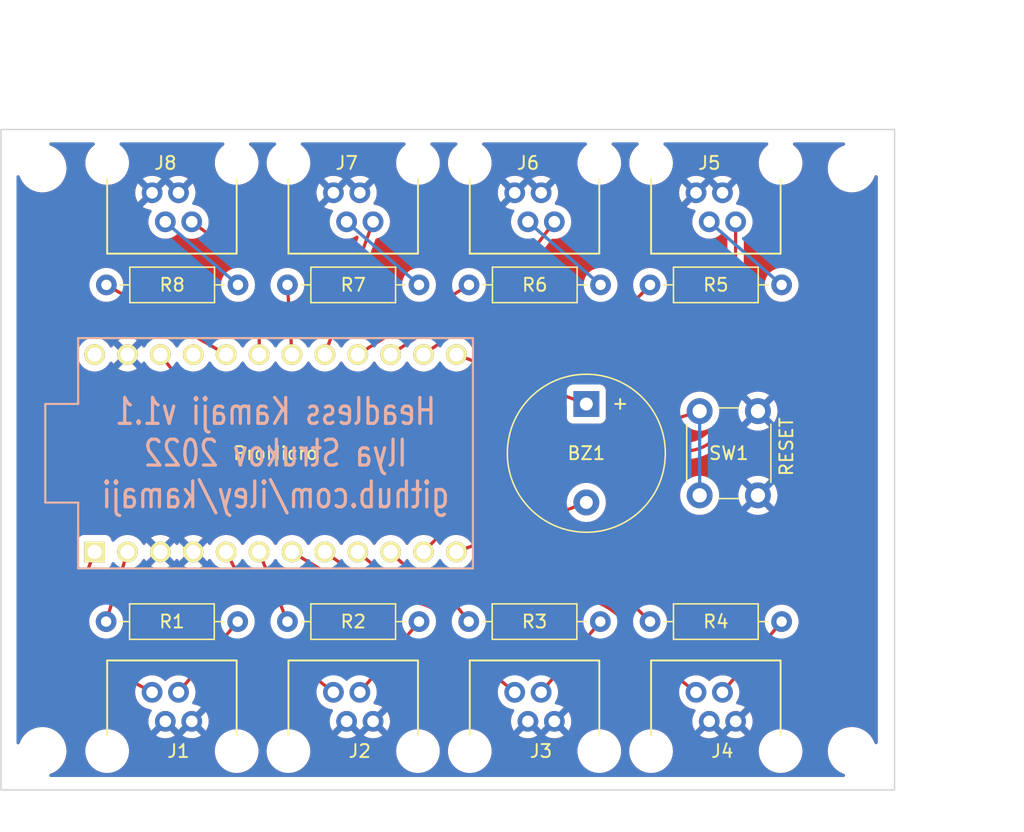
<source format=kicad_pcb>
(kicad_pcb (version 20211014) (generator pcbnew)
  (layers (0 "F.Cu" signal) (31 "B.Cu" signal) (34 "B.Paste" user) (35 "F.Paste" user) (36 "B.SilkS" user "B.Silkscreen") (37 "F.SilkS" user "F.Silkscreen") (38 "B.Mask" user) (39 "F.Mask" user) (44 "Edge.Cuts" user))
  (net 0 "")
  (net 1 "GND")
  (net 2 "Net-(J1-Pad2)")
  (net 3 "/BUT0")
  (net 4 "Net-(J2-Pad2)")
  (net 5 "/BUT1")
  (net 6 "Net-(J3-Pad2)")
  (net 7 "/BUT2")
  (net 8 "Net-(J4-Pad2)")
  (net 9 "/BUT3")
  (net 10 "Net-(J5-Pad2)")
  (net 11 "/BUT4")
  (net 12 "Net-(J6-Pad2)")
  (net 13 "/BUT5")
  (net 14 "Net-(J7-Pad2)")
  (net 15 "/BUT6")
  (net 16 "Net-(J8-Pad2)")
  (net 17 "/BUT7")
  (net 18 "/LED0")
  (net 19 "/LED1")
  (net 20 "/LED2")
  (net 21 "/LED3")
  (net 22 "/LED4")
  (net 23 "/LED5")
  (net 24 "/LED6")
  (net 25 "/LED7")
  (net 26 "Net-(SW1-Pad1)")
  (net 27 "Net-(BZ1-Pad2)")
  (net 28 "Net-(BZ1-Pad1)")
  (net 29 "VCC")
  (footprint "Resistor_THT:R_Axial_DIN0207_L6.3mm_D2.5mm_P10.16mm_Horizontal" (layer "F.Cu") (at 105.08 62 180)
    (fp_text reference "R5" (at 5.08 0) (layer "F.SilkS"))
    (fp_text value "1K")
    (fp_line (start 1.81 1.37) (end 8.35 1.37) (layer "F.SilkS") (width 0.12))
    (fp_line (start 8.35 1.37) (end 8.35 -1.37) (layer "F.SilkS") (width 0.12))
    (fp_line (start 1.04 0) (end 1.81 0) (layer "F.SilkS") (width 0.12))
    (fp_line (start 1.81 -1.37) (end 1.81 1.37) (layer "F.SilkS") (width 0.12))
    (fp_line (start 9.12 0) (end 8.35 0) (layer "F.SilkS") (width 0.12))
    (fp_line (start 8.35 -1.37) (end 1.81 -1.37) (layer "F.SilkS") (width 0.12))
    (pad "1" thru_hole circle (at 0 0 180) (size 1.6 1.6) (drill 0.8) (layers *.Cu *.Mask) (net 10 "Net-(J5-Pad2)"))
    (pad "2" thru_hole oval (at 10.16 0 180) (size 1.6 1.6) (drill 0.8) (layers *.Cu *.Mask) (net 22 "/LED4"))
  )
  (footprint "Resistor_THT:R_Axial_DIN0207_L6.3mm_D2.5mm_P10.16mm_Horizontal" (layer "F.Cu") (at 91.08 88 180)
    (fp_text reference "R3" (at 5.08 0) (layer "F.SilkS"))
    (fp_text value "1K")
    (fp_line (start 1.81 -1.37) (end 1.81 1.37) (layer "F.SilkS") (width 0.12))
    (fp_line (start 1.81 1.37) (end 8.35 1.37) (layer "F.SilkS") (width 0.12))
    (fp_line (start 8.35 -1.37) (end 1.81 -1.37) (layer "F.SilkS") (width 0.12))
    (fp_line (start 8.35 1.37) (end 8.35 -1.37) (layer "F.SilkS") (width 0.12))
    (fp_line (start 9.12 0) (end 8.35 0) (layer "F.SilkS") (width 0.12))
    (fp_line (start 1.04 0) (end 1.81 0) (layer "F.SilkS") (width 0.12))
    (pad "1" thru_hole circle (at 0 0 180) (size 1.6 1.6) (drill 0.8) (layers *.Cu *.Mask) (net 6 "Net-(J3-Pad2)"))
    (pad "2" thru_hole oval (at 10.16 0 180) (size 1.6 1.6) (drill 0.8) (layers *.Cu *.Mask) (net 20 "/LED2"))
  )
  (footprint "Resistor_THT:R_Axial_DIN0207_L6.3mm_D2.5mm_P10.16mm_Horizontal" (layer "F.Cu") (at 63.1 62 180)
    (fp_text reference "R8" (at 5.08 0) (layer "F.SilkS"))
    (fp_text value "1K")
    (fp_line (start 1.81 -1.37) (end 1.81 1.37) (layer "F.SilkS") (width 0.12))
    (fp_line (start 1.04 0) (end 1.81 0) (layer "F.SilkS") (width 0.12))
    (fp_line (start 9.12 0) (end 8.35 0) (layer "F.SilkS") (width 0.12))
    (fp_line (start 8.35 -1.37) (end 1.81 -1.37) (layer "F.SilkS") (width 0.12))
    (fp_line (start 1.81 1.37) (end 8.35 1.37) (layer "F.SilkS") (width 0.12))
    (fp_line (start 8.35 1.37) (end 8.35 -1.37) (layer "F.SilkS") (width 0.12))
    (pad "1" thru_hole circle (at 0 0 180) (size 1.6 1.6) (drill 0.8) (layers *.Cu *.Mask) (net 16 "Net-(J8-Pad2)"))
    (pad "2" thru_hole oval (at 10.16 0 180) (size 1.6 1.6) (drill 0.8) (layers *.Cu *.Mask) (net 25 "/LED7"))
  )
  (footprint "Resistor_THT:R_Axial_DIN0207_L6.3mm_D2.5mm_P10.16mm_Horizontal" (layer "F.Cu") (at 77.08 62 180)
    (fp_text reference "R7" (at 5.08 0) (layer "F.SilkS"))
    (fp_text value "1K")
    (fp_line (start 1.81 -1.37) (end 1.81 1.37) (layer "F.SilkS") (width 0.12))
    (fp_line (start 1.04 0) (end 1.81 0) (layer "F.SilkS") (width 0.12))
    (fp_line (start 1.81 1.37) (end 8.35 1.37) (layer "F.SilkS") (width 0.12))
    (fp_line (start 9.12 0) (end 8.35 0) (layer "F.SilkS") (width 0.12))
    (fp_line (start 8.35 -1.37) (end 1.81 -1.37) (layer "F.SilkS") (width 0.12))
    (fp_line (start 8.35 1.37) (end 8.35 -1.37) (layer "F.SilkS") (width 0.12))
    (pad "1" thru_hole circle (at 0 0 180) (size 1.6 1.6) (drill 0.8) (layers *.Cu *.Mask) (net 14 "Net-(J7-Pad2)"))
    (pad "2" thru_hole oval (at 10.16 0 180) (size 1.6 1.6) (drill 0.8) (layers *.Cu *.Mask) (net 24 "/LED6"))
  )
  (footprint "MountingHole:MountingHole_2.7mm_M2.5" (layer "F.Cu") (at 110.5 98)
    (fp_text reference "REF**" hide)
    (fp_text value "MountingHole_2.7mm_M2.5" hide)
    (pad "" np_thru_hole circle (at 0 0) (size 2.7 2.7) (drill 2.7) (layers *.Cu *.Mask))
  )
  (footprint "kamaji:RJ10" (layer "F.Cu") (at 72 46.5875 180)
    (fp_text reference "J7" (at 0.5 -6) (layer "F.SilkS"))
    (fp_text value "RJ10")
    (fp_line (start -5 -13) (end -5 -6) (layer "F.SilkS") (width 0.15))
    (fp_line (start -5 -13) (end 5 -13) (layer "F.SilkS") (width 0.15))
    (fp_line (start 5 -13) (end 5 -6) (layer "F.SilkS") (width 0.15))
    (pad "" np_thru_hole circle locked (at 5 -6 180) (size 2.36 2.36) (drill 2.36) (layers *.Cu *.Mask))
    (pad "" np_thru_hole circle locked (at -5 -6 180) (size 2.36 2.36) (drill 2.36) (layers *.Cu *.Mask))
    (pad "1" thru_hole circle locked (at 1.53 -8.3 180) (size 1.6 1.6) (drill 0.9) (layers *.Cu *.Mask) (net 1 "GND"))
    (pad "2" thru_hole circle locked (at 0.51 -10.54 180) (size 1.6 1.6) (drill 0.9) (layers *.Cu *.Mask) (net 14 "Net-(J7-Pad2)"))
    (pad "3" thru_hole circle locked (at -0.51 -8.3 180) (size 1.6 1.6) (drill 0.9) (layers *.Cu *.Mask) (net 1 "GND"))
    (pad "4" thru_hole circle locked (at -1.53 -10.54 180) (size 1.6 1.6) (drill 0.9) (layers *.Cu *.Mask) (net 15 "/BUT6"))
  )
  (footprint "Resistor_THT:R_Axial_DIN0207_L6.3mm_D2.5mm_P10.16mm_Horizontal" (layer "F.Cu") (at 105.08 88 180)
    (fp_text reference "R4" (at 5.08 0) (layer "F.SilkS"))
    (fp_text value "1K")
    (fp_line (start 1.04 0) (end 1.81 0) (layer "F.SilkS") (width 0.12))
    (fp_line (start 8.35 1.37) (end 8.35 -1.37) (layer "F.SilkS") (width 0.12))
    (fp_line (start 1.81 1.37) (end 8.35 1.37) (layer "F.SilkS") (width 0.12))
    (fp_line (start 1.81 -1.37) (end 1.81 1.37) (layer "F.SilkS") (width 0.12))
    (fp_line (start 9.12 0) (end 8.35 0) (layer "F.SilkS") (width 0.12))
    (fp_line (start 8.35 -1.37) (end 1.81 -1.37) (layer "F.SilkS") (width 0.12))
    (pad "1" thru_hole circle (at 0 0 180) (size 1.6 1.6) (drill 0.8) (layers *.Cu *.Mask) (net 8 "Net-(J4-Pad2)"))
    (pad "2" thru_hole oval (at 10.16 0 180) (size 1.6 1.6) (drill 0.8) (layers *.Cu *.Mask) (net 21 "/LED3"))
  )
  (footprint "kamaji:RJ10" (layer "F.Cu") (at 58 104)
    (fp_text reference "J1" (at 0.5 -6) (layer "F.SilkS"))
    (fp_text value "RJ10")
    (fp_line (start -5 -13) (end -5 -6) (layer "F.SilkS") (width 0.15))
    (fp_line (start -5 -13) (end 5 -13) (layer "F.SilkS") (width 0.15))
    (fp_line (start 5 -13) (end 5 -6) (layer "F.SilkS") (width 0.15))
    (pad "" np_thru_hole circle locked (at -5 -6) (size 2.36 2.36) (drill 2.36) (layers *.Cu *.Mask))
    (pad "" np_thru_hole circle locked (at 5 -6) (size 2.36 2.36) (drill 2.36) (layers *.Cu *.Mask))
    (pad "1" thru_hole circle locked (at 1.53 -8.3) (size 1.6 1.6) (drill 0.9) (layers *.Cu *.Mask) (net 1 "GND"))
    (pad "2" thru_hole circle locked (at 0.51 -10.54) (size 1.6 1.6) (drill 0.9) (layers *.Cu *.Mask) (net 2 "Net-(J1-Pad2)"))
    (pad "3" thru_hole circle locked (at -0.51 -8.3) (size 1.6 1.6) (drill 0.9) (layers *.Cu *.Mask) (net 1 "GND"))
    (pad "4" thru_hole circle locked (at -1.53 -10.54) (size 1.6 1.6) (drill 0.9) (layers *.Cu *.Mask) (net 3 "/BUT0"))
  )
  (footprint "kamaji:RJ10" (layer "F.Cu") (at 86 104)
    (fp_text reference "J3" (at 0.5 -6) (layer "F.SilkS"))
    (fp_text value "RJ10")
    (fp_line (start -5 -13) (end -5 -6) (layer "F.SilkS") (width 0.15))
    (fp_line (start 5 -13) (end 5 -6) (layer "F.SilkS") (width 0.15))
    (fp_line (start -5 -13) (end 5 -13) (layer "F.SilkS") (width 0.15))
    (pad "" np_thru_hole circle locked (at -5 -6) (size 2.36 2.36) (drill 2.36) (layers *.Cu *.Mask))
    (pad "" np_thru_hole circle locked (at 5 -6) (size 2.36 2.36) (drill 2.36) (layers *.Cu *.Mask))
    (pad "1" thru_hole circle locked (at 1.53 -8.3) (size 1.6 1.6) (drill 0.9) (layers *.Cu *.Mask) (net 1 "GND"))
    (pad "2" thru_hole circle locked (at 0.51 -10.54) (size 1.6 1.6) (drill 0.9) (layers *.Cu *.Mask) (net 6 "Net-(J3-Pad2)"))
    (pad "3" thru_hole circle locked (at -0.51 -8.3) (size 1.6 1.6) (drill 0.9) (layers *.Cu *.Mask) (net 1 "GND"))
    (pad "4" thru_hole circle locked (at -1.53 -10.54) (size 1.6 1.6) (drill 0.9) (layers *.Cu *.Mask) (net 7 "/BUT2"))
  )
  (footprint "MountingHole:MountingHole_2.7mm_M2.5" (layer "F.Cu") (at 110.5 53)
    (fp_text reference "REF**" hide)
    (fp_text value "MountingHole_2.7mm_M2.5" hide)
    (pad "" np_thru_hole circle (at 0 0) (size 2.7 2.7) (drill 2.7) (layers *.Cu *.Mask))
  )
  (footprint "Buzzer_Beeper:Buzzer_12x9.5RM7.6" (layer "F.Cu") (at 90 71.2 -90)
    (fp_text reference "BZ1" hide)
    (fp_text value "Buzzer")
    (fp_text user "+" (at -0.01 -2.54 90) (layer "F.SilkS"))
    (fp_text user "${REFERENCE}" (at 3.8 0 180) (layer "F.SilkS"))
    (fp_circle (center 3.8 0) (end 9.9 0) (layer "F.SilkS") (width 0.12) (fill none))
    (pad "1" thru_hole rect (at 0 0 270) (size 2 2) (drill 1) (layers *.Cu *.Mask) (net 28 "Net-(BZ1-Pad1)"))
    (pad "2" thru_hole circle (at 7.6 0 270) (size 2 2) (drill 1) (layers *.Cu *.Mask) (net 27 "Net-(BZ1-Pad2)"))
  )
  (footprint "kamaji:RJ10" (layer "F.Cu") (at 58 46.5875 180)
    (fp_text reference "J8" (at 0.5 -6) (layer "F.SilkS"))
    (fp_text value "RJ10")
    (fp_line (start -5 -13) (end 5 -13) (layer "F.SilkS") (width 0.15))
    (fp_line (start 5 -13) (end 5 -6) (layer "F.SilkS") (width 0.15))
    (fp_line (start -5 -13) (end -5 -6) (layer "F.SilkS") (width 0.15))
    (pad "" np_thru_hole circle locked (at 5 -6 180) (size 2.36 2.36) (drill 2.36) (layers *.Cu *.Mask))
    (pad "" np_thru_hole circle locked (at -5 -6 180) (size 2.36 2.36) (drill 2.36) (layers *.Cu *.Mask))
    (pad "1" thru_hole circle locked (at 1.53 -8.3 180) (size 1.6 1.6) (drill 0.9) (layers *.Cu *.Mask) (net 1 "GND"))
    (pad "2" thru_hole circle locked (at 0.51 -10.54 180) (size 1.6 1.6) (drill 0.9) (layers *.Cu *.Mask) (net 16 "Net-(J8-Pad2)"))
    (pad "3" thru_hole circle locked (at -0.51 -8.3 180) (size 1.6 1.6) (drill 0.9) (layers *.Cu *.Mask) (net 1 "GND"))
    (pad "4" thru_hole circle locked (at -1.53 -10.54 180) (size 1.6 1.6) (drill 0.9) (layers *.Cu *.Mask) (net 17 "/BUT7"))
  )
  (footprint "Resistor_THT:R_Axial_DIN0207_L6.3mm_D2.5mm_P10.16mm_Horizontal" (layer "F.Cu") (at 63.08 88 180)
    (fp_text reference "R1" (at 5.08 0) (layer "F.SilkS"))
    (fp_text value "1K")
    (fp_line (start 8.35 1.37) (end 8.35 -1.37) (layer "F.SilkS") (width 0.12))
    (fp_line (start 1.04 0) (end 1.81 0) (layer "F.SilkS") (width 0.12))
    (fp_line (start 1.81 1.37) (end 8.35 1.37) (layer "F.SilkS") (width 0.12))
    (fp_line (start 8.35 -1.37) (end 1.81 -1.37) (layer "F.SilkS") (width 0.12))
    (fp_line (start 1.81 -1.37) (end 1.81 1.37) (layer "F.SilkS") (width 0.12))
    (fp_line (start 9.12 0) (end 8.35 0) (layer "F.SilkS") (width 0.12))
    (pad "1" thru_hole circle (at 0 0 180) (size 1.6 1.6) (drill 0.8) (layers *.Cu *.Mask) (net 2 "Net-(J1-Pad2)"))
    (pad "2" thru_hole oval (at 10.16 0 180) (size 1.6 1.6) (drill 0.8) (layers *.Cu *.Mask) (net 18 "/LED0"))
  )
  (footprint "MountingHole:MountingHole_2.7mm_M2.5" (layer "F.Cu") (at 48 98)
    (fp_text reference "REF**" hide)
    (fp_text value "MountingHole_2.7mm_M2.5" hide)
    (pad "" np_thru_hole circle (at 0 0) (size 2.7 2.7) (drill 2.7) (layers *.Cu *.Mask))
  )
  (footprint "Button_Switch_THT:SW_PUSH_6mm" (layer "F.Cu") (at 98.75 78.25 90)
    (fp_text reference "SW1" (at 3.25 2.25 180) (layer "F.SilkS"))
    (fp_text value "RESET" (at 3.75 6.7 90) (layer "F.SilkS"))
    (fp_line (start 6.75 3) (end 6.75 1.5) (layer "F.SilkS") (width 0.12))
    (fp_line (start 1 5.5) (end 5.5 5.5) (layer "F.SilkS") (width 0.12))
    (fp_line (start 5.5 -1) (end 1 -1) (layer "F.SilkS") (width 0.12))
    (fp_line (start -0.25 1.5) (end -0.25 3) (layer "F.SilkS") (width 0.12))
    (pad "1" thru_hole circle (at 0 0 180) (size 2 2) (drill 1.1) (layers *.Cu *.Mask) (net 26 "Net-(SW1-Pad1)"))
    (pad "1" thru_hole circle (at 6.5 0 180) (size 2 2) (drill 1.1) (layers *.Cu *.Mask) (net 26 "Net-(SW1-Pad1)"))
    (pad "2" thru_hole circle (at 0 4.5 180) (size 2 2) (drill 1.1) (layers *.Cu *.Mask) (net 1 "GND"))
    (pad "2" thru_hole circle (at 6.5 4.5 180) (size 2 2) (drill 1.1) (layers *.Cu *.Mask) (net 1 "GND"))
  )
  (footprint "Resistor_THT:R_Axial_DIN0207_L6.3mm_D2.5mm_P10.16mm_Horizontal" (layer "F.Cu") (at 91.1 62 180)
    (fp_text reference "R6" (at 5.08 0) (layer "F.SilkS"))
    (fp_text value "1K")
    (fp_line (start 8.35 -1.37) (end 1.81 -1.37) (layer "F.SilkS") (width 0.12))
    (fp_line (start 1.81 -1.37) (end 1.81 1.37) (layer "F.SilkS") (width 0.12))
    (fp_line (start 9.12 0) (end 8.35 0) (layer "F.SilkS") (width 0.12))
    (fp_line (start 8.35 1.37) (end 8.35 -1.37) (layer "F.SilkS") (width 0.12))
    (fp_line (start 1.04 0) (end 1.81 0) (layer "F.SilkS") (width 0.12))
    (fp_line (start 1.81 1.37) (end 8.35 1.37) (layer "F.SilkS") (width 0.12))
    (pad "1" thru_hole circle (at 0 0 180) (size 1.6 1.6) (drill 0.8) (layers *.Cu *.Mask) (net 12 "Net-(J6-Pad2)"))
    (pad "2" thru_hole oval (at 10.16 0 180) (size 1.6 1.6) (drill 0.8) (layers *.Cu *.Mask) (net 23 "/LED5"))
  )
  (footprint "kamaji:RJ10" (layer "F.Cu") (at 100 104)
    (fp_text reference "J4" (at 0.5 -6) (layer "F.SilkS"))
    (fp_text value "RJ10")
    (fp_line (start -5 -13) (end -5 -6) (layer "F.SilkS") (width 0.15))
    (fp_line (start 5 -13) (end 5 -6) (layer "F.SilkS") (width 0.15))
    (fp_line (start -5 -13) (end 5 -13) (layer "F.SilkS") (width 0.15))
    (pad "" np_thru_hole circle locked (at -5 -6) (size 2.36 2.36) (drill 2.36) (layers *.Cu *.Mask))
    (pad "" np_thru_hole circle locked (at 5 -6) (size 2.36 2.36) (drill 2.36) (layers *.Cu *.Mask))
    (pad "1" thru_hole circle locked (at 1.53 -8.3) (size 1.6 1.6) (drill 0.9) (layers *.Cu *.Mask) (net 1 "GND"))
    (pad "2" thru_hole circle locked (at 0.51 -10.54) (size 1.6 1.6) (drill 0.9) (layers *.Cu *.Mask) (net 8 "Net-(J4-Pad2)"))
    (pad "3" thru_hole circle locked (at -0.51 -8.3) (size 1.6 1.6) (drill 0.9) (layers *.Cu *.Mask) (net 1 "GND"))
    (pad "4" thru_hole circle locked (at -1.53 -10.54) (size 1.6 1.6) (drill 0.9) (layers *.Cu *.Mask) (net 9 "/BUT3"))
  )
  (footprint "kamaji:RJ10" (layer "F.Cu") (at 100 46.5875 180)
    (fp_text reference "J5" (at 0.5 -6) (layer "F.SilkS"))
    (fp_text value "RJ10")
    (fp_line (start -5 -13) (end 5 -13) (layer "F.SilkS") (width 0.15))
    (fp_line (start -5 -13) (end -5 -6) (layer "F.SilkS") (width 0.15))
    (fp_line (start 5 -13) (end 5 -6) (layer "F.SilkS") (width 0.15))
    (pad "" np_thru_hole circle locked (at 5 -6 180) (size 2.36 2.36) (drill 2.36) (layers *.Cu *.Mask))
    (pad "" np_thru_hole circle locked (at -5 -6 180) (size 2.36 2.36) (drill 2.36) (layers *.Cu *.Mask))
    (pad "1" thru_hole circle locked (at 1.53 -8.3 180) (size 1.6 1.6) (drill 0.9) (layers *.Cu *.Mask) (net 1 "GND"))
    (pad "2" thru_hole circle locked (at 0.51 -10.54 180) (size 1.6 1.6) (drill 0.9) (layers *.Cu *.Mask) (net 10 "Net-(J5-Pad2)"))
    (pad "3" thru_hole circle locked (at -0.51 -8.3 180) (size 1.6 1.6) (drill 0.9) (layers *.Cu *.Mask) (net 1 "GND"))
    (pad "4" thru_hole circle locked (at -1.53 -10.54 180) (size 1.6 1.6) (drill 0.9) (layers *.Cu *.Mask) (net 11 "/BUT4"))
  )
  (footprint "MountingHole:MountingHole_2.7mm_M2.5" (layer "F.Cu") (at 48 53)
    (fp_text reference "REF**" hide)
    (fp_text value "MountingHole_2.7mm_M2.5" hide)
    (pad "" np_thru_hole circle (at 0 0) (size 2.7 2.7) (drill 2.7) (layers *.Cu *.Mask))
  )
  (footprint "Resistor_THT:R_Axial_DIN0207_L6.3mm_D2.5mm_P10.16mm_Horizontal" (layer "F.Cu") (at 77.08 88 180)
    (fp_text reference "R2" (at 5.08 0) (layer "F.SilkS"))
    (fp_text value "1K")
    (fp_line (start 1.81 -1.37) (end 1.81 1.37) (layer "F.SilkS") (width 0.12))
    (fp_line (start 1.81 1.37) (end 8.35 1.37) (layer "F.SilkS") (width 0.12))
    (fp_line (start 8.35 -1.37) (end 1.81 -1.37) (layer "F.SilkS") (width 0.12))
    (fp_line (start 1.04 0) (end 1.81 0) (layer "F.SilkS") (width 0.12))
    (fp_line (start 9.12 0) (end 8.35 0) (layer "F.SilkS") (width 0.12))
    (fp_line (start 8.35 1.37) (end 8.35 -1.37) (layer "F.SilkS") (width 0.12))
    (pad "1" thru_hole circle (at 0 0 180) (size 1.6 1.6) (drill 0.8) (layers *.Cu *.Mask) (net 4 "Net-(J2-Pad2)"))
    (pad "2" thru_hole oval (at 10.16 0 180) (size 1.6 1.6) (drill 0.8) (layers *.Cu *.Mask) (net 19 "/LED1"))
  )
  (footprint "kamaji:RJ10" (layer "F.Cu") (at 86 46.5875 180)
    (fp_text reference "J6" (at 0.5 -6) (layer "F.SilkS"))
    (fp_text value "RJ10")
    (fp_line (start -5 -13) (end 5 -13) (layer "F.SilkS") (width 0.15))
    (fp_line (start -5 -13) (end -5 -6) (layer "F.SilkS") (width 0.15))
    (fp_line (start 5 -13) (end 5 -6) (layer "F.SilkS") (width 0.15))
    (pad "" np_thru_hole circle locked (at -5 -6 180) (size 2.36 2.36) (drill 2.36) (layers *.Cu *.Mask))
    (pad "" np_thru_hole circle locked (at 5 -6 180) (size 2.36 2.36) (drill 2.36) (layers *.Cu *.Mask))
    (pad "1" thru_hole circle locked (at 1.53 -8.3 180) (size 1.6 1.6) (drill 0.9) (layers *.Cu *.Mask) (net 1 "GND"))
    (pad "2" thru_hole circle locked (at 0.51 -10.54 180) (size 1.6 1.6) (drill 0.9) (layers *.Cu *.Mask) (net 12 "Net-(J6-Pad2)"))
    (pad "3" thru_hole circle locked (at -0.51 -8.3 180) (size 1.6 1.6) (drill 0.9) (layers *.Cu *.Mask) (net 1 "GND"))
    (pad "4" thru_hole circle locked (at -1.53 -10.54 180) (size 1.6 1.6) (drill 0.9) (layers *.Cu *.Mask) (net 13 "/BUT5"))
  )
  (footprint "kamaji:RJ10" (layer "F.Cu") (at 72 104)
    (fp_text reference "J2" (at 0.5 -6) (layer "F.SilkS"))
    (fp_text value "RJ10")
    (fp_line (start -5 -13) (end -5 -6) (layer "F.SilkS") (width 0.15))
    (fp_line (start 5 -13) (end 5 -6) (layer "F.SilkS") (width 0.15))
    (fp_line (start -5 -13) (end 5 -13) (layer "F.SilkS") (width 0.15))
    (pad "" np_thru_hole circle locked (at -5 -6) (size 2.36 2.36) (drill 2.36) (layers *.Cu *.Mask))
    (pad "" np_thru_hole circle locked (at 5 -6) (size 2.36 2.36) (drill 2.36) (layers *.Cu *.Mask))
    (pad "1" thru_hole circle locked (at 1.53 -8.3) (size 1.6 1.6) (drill 0.9) (layers *.Cu *.Mask) (net 1 "GND"))
    (pad "2" thru_hole circle locked (at 0.51 -10.54) (size 1.6 1.6) (drill 0.9) (layers *.Cu *.Mask) (net 4 "Net-(J2-Pad2)"))
    (pad "3" thru_hole circle locked (at -0.51 -8.3) (size 1.6 1.6) (drill 0.9) (layers *.Cu *.Mask) (net 1 "GND"))
    (pad "4" thru_hole circle locked (at -1.53 -10.54) (size 1.6 1.6) (drill 0.9) (layers *.Cu *.Mask) (net 5 "/BUT1"))
  )
  (footprint "promicro:ProMicro" (layer "F.Cu") (at 66 75)
    (fp_text reference "U1" hide)
    (fp_text value "ProMicro" (at 0 0) (layer "F.SilkS"))
    (fp_line (start -17.78 -3.81) (end -15.24 -3.81) (layer "B.SilkS") (width 0.15))
    (fp_line (start -15.24 -3.81) (end -15.24 -8.89) (layer "B.SilkS") (width 0.15))
    (fp_line (start -15.24 3.81) (end -17.78 3.81) (layer "B.SilkS") (width 0.15))
    (fp_line (start 15.24 -8.89) (end 15.24 8.89) (layer "B.SilkS") (width 0.15))
    (fp_line (start -15.24 -8.89) (end 15.24 -8.89) (layer "B.SilkS") (width 0.15))
    (fp_line (start -17.78 3.81) (end -17.78 -3.81) (layer "B.SilkS") (width 0.15))
    (fp_line (start -15.24 8.89) (end -15.24 3.81) (layer "B.SilkS") (width 0.15))
    (fp_line (start 15.24 8.89) (end -15.24 8.89) (layer "B.SilkS") (width 0.15))
    (fp_line (start -17.78 -3.81) (end -15.24 -3.81) (layer "F.SilkS") (width 0.15))
    (fp_line (start -15.24 3.81) (end -17.78 3.81) (layer "F.SilkS") (width 0.15))
    (fp_line (start -15.24 8.89) (end -15.24 3.81) (layer "F.SilkS") (width 0.15))
    (fp_line (start 15.24 -8.89) (end 15.24 8.89) (layer "F.SilkS") (width 0.15))
    (fp_line (start -15.24 8.89) (end 15.24 8.89) (layer "F.SilkS") (width 0.15))
    (fp_line (start -15.24 -8.89) (end 15.24 -8.89) (layer "F.SilkS") (width 0.15))
    (fp_line (start -17.78 3.81) (end -17.78 -3.81) (layer "F.SilkS") (width 0.15))
    (fp_line (start -15.24 -3.81) (end -15.24 -8.89) (layer "F.SilkS") (width 0.15))
    (pad "1" thru_hole rect locked (at -13.97 7.62) (size 1.6 1.6) (drill 1.1) (layers *.Cu *.Mask "F.SilkS") (net 3 "/BUT0"))
    (pad "2" thru_hole circle locked (at -11.43 7.62) (size 1.6 1.6) (drill 1.1) (layers *.Cu *.Mask "F.SilkS") (net 18 "/LED0"))
    (pad "3" thru_hole circle locked (at -8.89 7.62) (size 1.6 1.6) (drill 1.1) (layers *.Cu *.Mask "F.SilkS") (net 1 "GND"))
    (pad "4" thru_hole circle locked (at -6.35 7.62) (size 1.6 1.6) (drill 1.1) (layers *.Cu *.Mask "F.SilkS") (net 1 "GND"))
    (pad "5" thru_hole circle locked (at -3.81 7.62) (size 1.6 1.6) (drill 1.1) (layers *.Cu *.Mask "F.SilkS") (net 5 "/BUT1"))
    (pad "6" thru_hole circle locked (at -1.27 7.62) (size 1.6 1.6) (drill 1.1) (layers *.Cu *.Mask "F.SilkS") (net 19 "/LED1"))
    (pad "7" thru_hole circle locked (at 1.27 7.62) (size 1.6 1.6) (drill 1.1) (layers *.Cu *.Mask "F.SilkS") (net 7 "/BUT2"))
    (pad "8" thru_hole circle locked (at 3.81 7.62) (size 1.6 1.6) (drill 1.1) (layers *.Cu *.Mask "F.SilkS") (net 20 "/LED2"))
    (pad "9" thru_hole circle locked (at 6.35 7.62) (size 1.6 1.6) (drill 1.1) (layers *.Cu *.Mask "F.SilkS") (net 9 "/BUT3"))
    (pad "10" thru_hole circle locked (at 8.89 7.62) (size 1.6 1.6) (drill 1.1) (layers *.Cu *.Mask "F.SilkS") (net 21 "/LED3"))
    (pad "11" thru_hole circle locked (at 11.43 7.62) (size 1.6 1.6) (drill 1.1) (layers *.Cu *.Mask "F.SilkS") (net 11 "/BUT4"))
    (pad "12" thru_hole circle locked (at 13.97 7.62) (size 1.6 1.6) (drill 1.1) (layers *.Cu *.Mask "F.SilkS") (net 27 "Net-(BZ1-Pad2)"))
    (pad "13" thru_hole circle locked (at 13.97 -7.62) (size 1.6 1.6) (drill 1.1) (layers *.Cu *.Mask "F.SilkS") (net 28 "Net-(BZ1-Pad1)"))
    (pad "14" thru_hole circle locked (at 11.43 -7.62) (size 1.6 1.6) (drill 1.1) (layers *.Cu *.Mask "F.SilkS") (net 22 "/LED4"))
    (pad "15" thru_hole circle locked (at 8.89 -7.62) (size 1.6 1.6) (drill 1.1) (layers *.Cu *.Mask "F.SilkS") (net 13 "/BUT5"))
    (pad "16" thru_hole circle locked (at 6.35 -7.62) (size 1.6 1.6) (drill 1.1) (layers *.Cu *.Mask "F.SilkS") (net 23 "/LED5"))
    (pad "17" thru_hole circle locked (at 3.81 -7.62) (size 1.6 1.6) (drill 1.1) (layers *.Cu *.Mask "F.SilkS") (net 15 "/BUT6"))
    (pad "18" thru_hole circle locked (at 1.27 -7.62) (size 1.6 1.6) (drill 1.1) (layers *.Cu *.Mask "F.SilkS") (net 24 "/LED6"))
    (pad "19" thru_hole circle locked (at -1.27 -7.62) (size 1.6 1.6) (drill 1.1) (layers *.Cu *.Mask "F.SilkS") (net 17 "/BUT7"))
    (pad "20" thru_hole circle locked (at -3.81 -7.62) (size 1.6 1.6) (drill 1.1) (layers *.Cu *.Mask "F.SilkS") (net 25 "/LED7"))
    (pad "21" thru_hole circle locked (at -6.35 -7.62) (size 1.6 1.6) (drill 1.1) (layers *.Cu *.Mask "F.SilkS") (net 29 "VCC"))
    (pad "22" thru_hole circle locked (at -8.89 -7.62) (size 1.6 1.6) (drill 1.1) (layers *.Cu *.Mask "F.SilkS") (net 26 "Net-(SW1-Pad1)"))
    (pad "23" thru_hole circle locked (at -11.43 -7.62) (size 1.6 1.6) (drill 1.1) (layers *.Cu *.Mask "F.SilkS") (net 1 "GND"))
    (pad "24" thru_hole circle locked (at -13.97 -7.62) (size 1.6 1.6) (drill 1.1) (layers *.Cu *.Mask "F.SilkS"))
  )
  (gr_rect (start 44.8 50) (end 113.8 101) (layer "Edge.Cuts") (width 0.1) (fill none))
  (gr_text "Headless Kamaji v1.1\nIlya Strukov 2022\ngithub.com/iley/kamaji" (at 66 75) (layer "B.SilkS") (effects (font (size 2 1.5) (thickness 0.25)) (justify mirror)))
  (segment (start 63.08 88) (end 58.51 93.46) (width 0.25) (layer "F.Cu") (net 2))
  (segment (start 51.029156 85.247982) (end 52.03 82.62) (width 0.25) (layer "F.Cu") (net 3))
  (segment (start 52.449356 91.251172) (end 56.47 93.46) (width 0.25) (layer "F.Cu") (net 3))
  (arc (start 51.029156 85.247982) (mid 50.62334 86.924891) (end 50.65 88.65) (width 0.25) (layer "F.Cu") (net 3))
  (arc (start 52.449356 91.251172) (mid 51.242911 90.162791) (end 50.65 88.65) (width 0.25) (layer "F.Cu") (net 3))
  (segment (start 77.08 88) (end 72.51 93.46) (width 0.25) (layer "F.Cu") (net 4))
  (segment (start 64.925224 87.846361) (end 62.19 82.62) (width 0.25) (layer "F.Cu") (net 5))
  (segment (start 67.813122 91.344008) (end 70.47 93.46) (width 0.25) (layer "F.Cu") (net 5))
  (arc (start 67.813122 91.344008) (mid 66.186598 89.745931) (end 64.925224 87.846361) (width 0.25) (layer "F.Cu") (net 5))
  (segment (start 91.08 88) (end 86.51 93.46) (width 0.25) (layer "F.Cu") (net 6))
  (segment (start 71.528459 85.203784) (end 67.27 82.62) (width 0.25) (layer "F.Cu") (net 7))
  (segment (start 76.58974 86.526111) (end 75.804139 86.494046) (width 0.25) (layer "F.Cu") (net 7))
  (segment (start 81.488968 90.9633) (end 84.47 93.46) (width 0.25) (layer "F.Cu") (net 7))
  (arc (start 76.58974 86.526111) (mid 78.142889 87.008618) (end 79.25 88.2) (width 0.25) (layer "F.Cu") (net 7))
  (arc (start 79.25 88.2) (mid 80.235999 89.689805) (end 81.488968 90.9633) (width 0.25) (layer "F.Cu") (net 7))
  (arc (start 75.804139 86.494046) (mid 73.584486 86.120026) (end 71.528459 85.203784) (width 0.25) (layer "F.Cu") (net 7))
  (segment (start 100.51 93.46) (end 105.08 88) (width 0.25) (layer "F.Cu") (net 8))
  (segment (start 76.228565 84.755602) (end 89.145819 86.070532) (width 0.25) (layer "F.Cu") (net 9))
  (segment (start 92.92565 87.975224) (end 95.654006 90.971065) (width 0.25) (layer "F.Cu") (net 9))
  (segment (start 97.485 92.68) (end 98.47 93.46) (width 0.25) (layer "F.Cu") (net 9))
  (segment (start 73.525 83.61) (end 72.35 82.62) (width 0.25) (layer "F.Cu") (net 9))
  (arc (start 92.92565 87.975224) (mid 91.211652 86.673771) (end 89.145819 86.070532) (width 0.25) (layer "F.Cu") (net 9))
  (arc (start 76.228565 84.755602) (mid 74.790401 84.386656) (end 73.525 83.61) (width 0.25) (layer "F.Cu") (net 9))
  (arc (start 97.485 92.68) (mid 96.534808 91.862704) (end 95.654006 90.971065) (width 0.25) (layer "F.Cu") (net 9))
  (segment (start 105.08 62) (end 99.49 57.1275) (width 0.25) (layer "B.Cu") (net 10))
  (segment (start 80.707926 79.241111) (end 77.43 82.62) (width 0.25) (layer "F.Cu") (net 11))
  (segment (start 101.505615 67.265469) (end 101.53 57.1275) (width 0.25) (layer "F.Cu") (net 11))
  (segment (start 98.178479 74.777159) (end 84.551172 77.199791) (width 0.25) (layer "F.Cu") (net 11))
  (segment (start 100.933791 71.864833) (end 100.822612 72.309551) (width 0.25) (layer "F.Cu") (net 11))
  (arc (start 100.822612 72.309551) (mid 99.86533 73.934236) (end 98.178479 74.777159) (width 0.25) (layer "F.Cu") (net 11))
  (arc (start 101.505615 67.265469) (mid 101.359334 69.582511) (end 100.933791 71.864833) (width 0.25) (layer "F.Cu") (net 11))
  (arc (start 84.551172 77.199791) (mid 82.468858 77.917914) (end 80.707926 79.241111) (width 0.25) (layer "F.Cu") (net 11))
  (segment (start 85.49 57.1275) (end 91.1 62) (width 0.25) (layer "B.Cu") (net 12))
  (segment (start 78.178782 65.206924) (end 74.89 67.38) (width 0.25) (layer "F.Cu") (net 13))
  (segment (start 83.186418 62.835198) (end 87.53 57.1275) (width 0.25) (layer "F.Cu") (net 13))
  (arc (start 78.178782 65.206924) (mid 79.457915 64.55364) (end 80.85 64.2) (width 0.25) (layer "F.Cu") (net 13))
  (arc (start 83.186418 62.835198) (mid 82.153561 63.74931) (end 80.85 64.2) (width 0.25) (layer "F.Cu") (net 13))
  (segment (start 71.49 57.1275) (end 77.08 62) (width 0.25) (layer "B.Cu") (net 14))
  (segment (start 73.53 57.1275) (end 69.81 67.38) (width 0.25) (layer "F.Cu") (net 15))
  (segment (start 57.49 57.1275) (end 63.1 62) (width 0.25) (layer "B.Cu") (net 16))
  (segment (start 64.784223 62.437935) (end 64.73 67.38) (width 0.25) (layer "F.Cu") (net 17))
  (segment (start 63.641193 60.148485) (end 59.53 57.1275) (width 0.25) (layer "F.Cu") (net 17))
  (arc (start 64.784223 62.437935) (mid 64.48922 61.155159) (end 63.641193 60.148485) (width 0.25) (layer "F.Cu") (net 17))
  (segment (start 54.57 82.62) (end 52.92 88) (width 0.25) (layer "F.Cu") (net 18))
  (segment (start 64.73 82.62) (end 66.92 88) (width 0.25) (layer "F.Cu") (net 19))
  (segment (start 80.11 86.95) (end 80.92 88) (width 0.25) (layer "F.Cu") (net 20))
  (segment (start 77.977247 85.805517) (end 77.9 85.8) (width 0.25) (layer "F.Cu") (net 20))
  (segment (start 71.255 83.66) (end 69.81 82.62) (width 0.25) (layer "F.Cu") (net 20))
  (segment (start 75.142646 85.342801) (end 74.421725 85.153085) (width 0.25) (layer "F.Cu") (net 20))
  (arc (start 71.255 83.66) (mid 72.769765 84.552032) (end 74.421725 85.153085) (width 0.25) (layer "F.Cu") (net 20))
  (arc (start 77.977247 85.805517) (mid 79.165953 86.149795) (end 80.11 86.95) (width 0.25) (layer "F.Cu") (net 20))
  (arc (start 75.142646 85.342801) (mid 76.510684 85.63556) (end 77.9 85.8) (width 0.25) (layer "F.Cu") (net 20))
  (segment (start 75.595 83.31) (end 74.89 82.62) (width 0.25) (layer "F.Cu") (net 21))
  (segment (start 93.71 86.8) (end 94.92 88) (width 0.25) (layer "F.Cu") (net 21))
  (segment (start 77.281694 84.096957) (end 90.804109 85.432504) (width 0.25) (layer "F.Cu") (net 21))
  (arc (start 93.71 86.8) (mid 92.374917 85.865796) (end 90.804109 85.432504) (width 0.25) (layer "F.Cu") (net 21))
  (arc (start 75.595 83.31) (mid 76.371188 83.84742) (end 77.281694 84.096957) (width 0.25) (layer "F.Cu") (net 21))
  (segment (start 94.26 62.7) (end 94.92 62) (width 0.25) (layer "F.Cu") (net 22))
  (segment (start 92.649351 63.547878) (end 81.713332 65.249037) (width 0.25) (layer "F.Cu") (net 22))
  (segment (start 78.765 66.44) (end 77.43 67.38) (width 0.25) (layer "F.Cu") (net 22))
  (arc (start 78.765 66.44) (mid 80.170508 65.674549) (end 81.713332 65.249037) (width 0.25) (layer "F.Cu") (net 22))
  (arc (start 94.26 62.7) (mid 93.52532 63.258136) (end 92.649351 63.547878) (width 0.25) (layer "F.Cu") (net 22))
  (segment (start 72.35 67.38) (end 80.94 62) (width 0.25) (layer "F.Cu") (net 23))
  (segment (start 66.92 62) (end 67.27 67.38) (width 0.25) (layer "F.Cu") (net 24))
  (segment (start 62.19 67.38) (end 52.94 62) (width 0.25) (layer "F.Cu") (net 25))
  (segment (start 89.670012 73.922296) (end 73.436204 74.077643) (width 0.25) (layer "F.Cu") (net 26))
  (segment (start 68.813341 73.62089) (end 62.822492 72.365665) (width 0.25) (layer "F.Cu") (net 26))
  (segment (start 94.22019 73.192828) (end 98.75 71.75) (width 0.25) (layer "F.Cu") (net 26))
  (segment (start 59.212233 70.102662) (end 57.11 67.38) (width 0.25) (layer "F.Cu") (net 26))
  (arc (start 59.212233 70.102662) (mid 60.815333 71.556468) (end 62.822492 72.365665) (width 0.25) (layer "F.Cu") (net 26))
  (arc (start 68.813341 73.62089) (mid 71.112422 73.974266) (end 73.436204 74.077643) (width 0.25) (layer "F.Cu") (net 26))
  (arc (start 89.670012 73.922296) (mid 91.972396 73.727822) (end 94.22019 73.192828) (width 0.25) (layer "F.Cu") (net 26))
  (segment (start 98.75 71.75) (end 98.75 78.25) (width 0.25) (layer "B.Cu") (net 26))
  (segment (start 79.97 82.62) (end 90 78.8) (width 0.25) (layer "F.Cu") (net 27))
  (segment (start 79.97 67.38) (end 90 71.2) (width 0.25) (layer "F.Cu") (net 28))
  (zone (net 1) (net_name "GND") (layers F&B.Cu) (connect_pads (clearance 0.508)) (min_thickness 0.254) (fill yes (thermal_gap 0.508) (thermal_bridge_width 0.508))
    (polygon (pts (xy 112.5 100) (xy 46 100) (xy 46 51) (xy 112.5 51)))
  )
)
</source>
